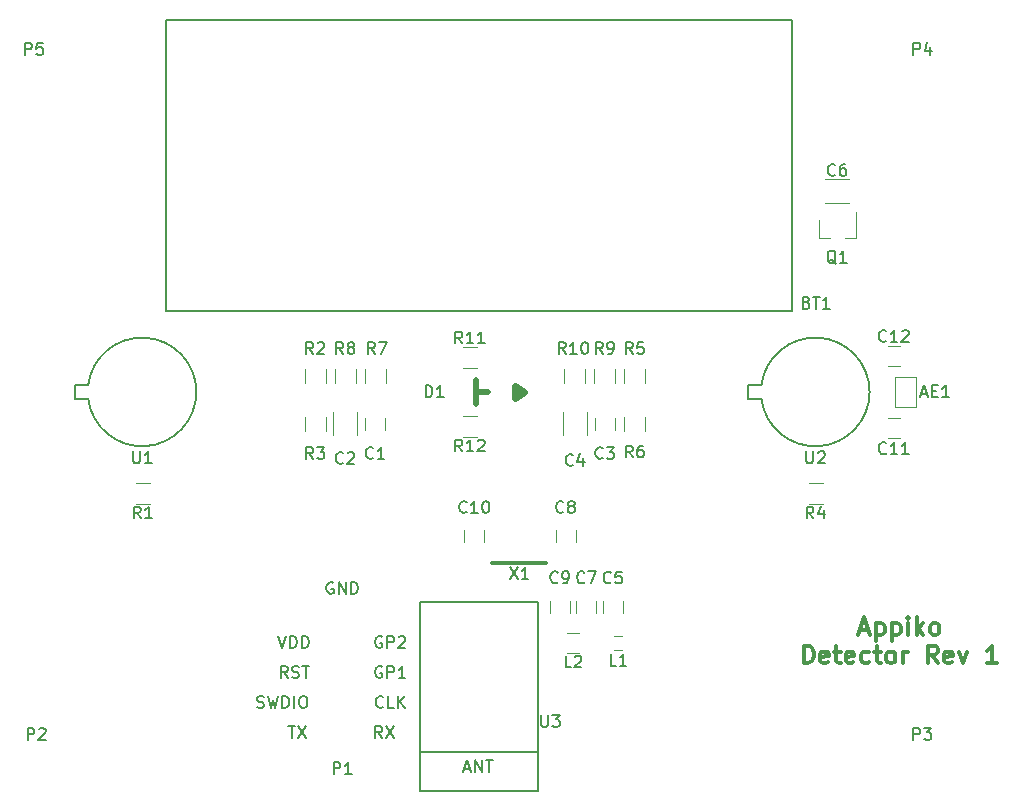
<source format=gto>
G04 #@! TF.FileFunction,Legend,Top*
%FSLAX46Y46*%
G04 Gerber Fmt 4.6, Leading zero omitted, Abs format (unit mm)*
G04 Created by KiCad (PCBNEW (2015-06-24 BZR 5814)-product) date Tue Mar 14 22:56:28 2017*
%MOMM*%
G01*
G04 APERTURE LIST*
%ADD10C,0.100000*%
%ADD11C,0.300000*%
%ADD12C,0.150000*%
%ADD13C,0.120000*%
%ADD14C,0.600000*%
%ADD15C,0.500000*%
G04 APERTURE END LIST*
D10*
D11*
X126142857Y-140150000D02*
X126857143Y-140150000D01*
X126000000Y-140578571D02*
X126500000Y-139078571D01*
X127000000Y-140578571D01*
X127500000Y-139578571D02*
X127500000Y-141078571D01*
X127500000Y-139650000D02*
X127642857Y-139578571D01*
X127928571Y-139578571D01*
X128071428Y-139650000D01*
X128142857Y-139721429D01*
X128214286Y-139864286D01*
X128214286Y-140292857D01*
X128142857Y-140435714D01*
X128071428Y-140507143D01*
X127928571Y-140578571D01*
X127642857Y-140578571D01*
X127500000Y-140507143D01*
X128857143Y-139578571D02*
X128857143Y-141078571D01*
X128857143Y-139650000D02*
X129000000Y-139578571D01*
X129285714Y-139578571D01*
X129428571Y-139650000D01*
X129500000Y-139721429D01*
X129571429Y-139864286D01*
X129571429Y-140292857D01*
X129500000Y-140435714D01*
X129428571Y-140507143D01*
X129285714Y-140578571D01*
X129000000Y-140578571D01*
X128857143Y-140507143D01*
X130214286Y-140578571D02*
X130214286Y-139578571D01*
X130214286Y-139078571D02*
X130142857Y-139150000D01*
X130214286Y-139221429D01*
X130285714Y-139150000D01*
X130214286Y-139078571D01*
X130214286Y-139221429D01*
X130928572Y-140578571D02*
X130928572Y-139078571D01*
X131071429Y-140007143D02*
X131500000Y-140578571D01*
X131500000Y-139578571D02*
X130928572Y-140150000D01*
X132357144Y-140578571D02*
X132214286Y-140507143D01*
X132142858Y-140435714D01*
X132071429Y-140292857D01*
X132071429Y-139864286D01*
X132142858Y-139721429D01*
X132214286Y-139650000D01*
X132357144Y-139578571D01*
X132571429Y-139578571D01*
X132714286Y-139650000D01*
X132785715Y-139721429D01*
X132857144Y-139864286D01*
X132857144Y-140292857D01*
X132785715Y-140435714D01*
X132714286Y-140507143D01*
X132571429Y-140578571D01*
X132357144Y-140578571D01*
X121357144Y-142978571D02*
X121357144Y-141478571D01*
X121714287Y-141478571D01*
X121928572Y-141550000D01*
X122071430Y-141692857D01*
X122142858Y-141835714D01*
X122214287Y-142121429D01*
X122214287Y-142335714D01*
X122142858Y-142621429D01*
X122071430Y-142764286D01*
X121928572Y-142907143D01*
X121714287Y-142978571D01*
X121357144Y-142978571D01*
X123428572Y-142907143D02*
X123285715Y-142978571D01*
X123000001Y-142978571D01*
X122857144Y-142907143D01*
X122785715Y-142764286D01*
X122785715Y-142192857D01*
X122857144Y-142050000D01*
X123000001Y-141978571D01*
X123285715Y-141978571D01*
X123428572Y-142050000D01*
X123500001Y-142192857D01*
X123500001Y-142335714D01*
X122785715Y-142478571D01*
X123928572Y-141978571D02*
X124500001Y-141978571D01*
X124142858Y-141478571D02*
X124142858Y-142764286D01*
X124214286Y-142907143D01*
X124357144Y-142978571D01*
X124500001Y-142978571D01*
X125571429Y-142907143D02*
X125428572Y-142978571D01*
X125142858Y-142978571D01*
X125000001Y-142907143D01*
X124928572Y-142764286D01*
X124928572Y-142192857D01*
X125000001Y-142050000D01*
X125142858Y-141978571D01*
X125428572Y-141978571D01*
X125571429Y-142050000D01*
X125642858Y-142192857D01*
X125642858Y-142335714D01*
X124928572Y-142478571D01*
X126928572Y-142907143D02*
X126785715Y-142978571D01*
X126500001Y-142978571D01*
X126357143Y-142907143D01*
X126285715Y-142835714D01*
X126214286Y-142692857D01*
X126214286Y-142264286D01*
X126285715Y-142121429D01*
X126357143Y-142050000D01*
X126500001Y-141978571D01*
X126785715Y-141978571D01*
X126928572Y-142050000D01*
X127357143Y-141978571D02*
X127928572Y-141978571D01*
X127571429Y-141478571D02*
X127571429Y-142764286D01*
X127642857Y-142907143D01*
X127785715Y-142978571D01*
X127928572Y-142978571D01*
X128642858Y-142978571D02*
X128500000Y-142907143D01*
X128428572Y-142835714D01*
X128357143Y-142692857D01*
X128357143Y-142264286D01*
X128428572Y-142121429D01*
X128500000Y-142050000D01*
X128642858Y-141978571D01*
X128857143Y-141978571D01*
X129000000Y-142050000D01*
X129071429Y-142121429D01*
X129142858Y-142264286D01*
X129142858Y-142692857D01*
X129071429Y-142835714D01*
X129000000Y-142907143D01*
X128857143Y-142978571D01*
X128642858Y-142978571D01*
X129785715Y-142978571D02*
X129785715Y-141978571D01*
X129785715Y-142264286D02*
X129857143Y-142121429D01*
X129928572Y-142050000D01*
X130071429Y-141978571D01*
X130214286Y-141978571D01*
X132714286Y-142978571D02*
X132214286Y-142264286D01*
X131857143Y-142978571D02*
X131857143Y-141478571D01*
X132428571Y-141478571D01*
X132571429Y-141550000D01*
X132642857Y-141621429D01*
X132714286Y-141764286D01*
X132714286Y-141978571D01*
X132642857Y-142121429D01*
X132571429Y-142192857D01*
X132428571Y-142264286D01*
X131857143Y-142264286D01*
X133928571Y-142907143D02*
X133785714Y-142978571D01*
X133500000Y-142978571D01*
X133357143Y-142907143D01*
X133285714Y-142764286D01*
X133285714Y-142192857D01*
X133357143Y-142050000D01*
X133500000Y-141978571D01*
X133785714Y-141978571D01*
X133928571Y-142050000D01*
X134000000Y-142192857D01*
X134000000Y-142335714D01*
X133285714Y-142478571D01*
X134500000Y-141978571D02*
X134857143Y-142978571D01*
X135214285Y-141978571D01*
X137714285Y-142978571D02*
X136857142Y-142978571D01*
X137285714Y-142978571D02*
X137285714Y-141478571D01*
X137142857Y-141692857D01*
X136999999Y-141835714D01*
X136857142Y-141907143D01*
D12*
X85645715Y-143264000D02*
X85550477Y-143216381D01*
X85407620Y-143216381D01*
X85264762Y-143264000D01*
X85169524Y-143359238D01*
X85121905Y-143454476D01*
X85074286Y-143644952D01*
X85074286Y-143787810D01*
X85121905Y-143978286D01*
X85169524Y-144073524D01*
X85264762Y-144168762D01*
X85407620Y-144216381D01*
X85502858Y-144216381D01*
X85645715Y-144168762D01*
X85693334Y-144121143D01*
X85693334Y-143787810D01*
X85502858Y-143787810D01*
X86121905Y-144216381D02*
X86121905Y-143216381D01*
X86502858Y-143216381D01*
X86598096Y-143264000D01*
X86645715Y-143311619D01*
X86693334Y-143406857D01*
X86693334Y-143549714D01*
X86645715Y-143644952D01*
X86598096Y-143692571D01*
X86502858Y-143740190D01*
X86121905Y-143740190D01*
X87645715Y-144216381D02*
X87074286Y-144216381D01*
X87360000Y-144216381D02*
X87360000Y-143216381D01*
X87264762Y-143359238D01*
X87169524Y-143454476D01*
X87074286Y-143502095D01*
X85685334Y-149296381D02*
X85352000Y-148820190D01*
X85113905Y-149296381D02*
X85113905Y-148296381D01*
X85494858Y-148296381D01*
X85590096Y-148344000D01*
X85637715Y-148391619D01*
X85685334Y-148486857D01*
X85685334Y-148629714D01*
X85637715Y-148724952D01*
X85590096Y-148772571D01*
X85494858Y-148820190D01*
X85113905Y-148820190D01*
X86018667Y-148296381D02*
X86685334Y-149296381D01*
X86685334Y-148296381D02*
X86018667Y-149296381D01*
X77724095Y-148296381D02*
X78295524Y-148296381D01*
X78009809Y-149296381D02*
X78009809Y-148296381D01*
X78533619Y-148296381D02*
X79200286Y-149296381D01*
X79200286Y-148296381D02*
X78533619Y-149296381D01*
X85764762Y-146661143D02*
X85717143Y-146708762D01*
X85574286Y-146756381D01*
X85479048Y-146756381D01*
X85336190Y-146708762D01*
X85240952Y-146613524D01*
X85193333Y-146518286D01*
X85145714Y-146327810D01*
X85145714Y-146184952D01*
X85193333Y-145994476D01*
X85240952Y-145899238D01*
X85336190Y-145804000D01*
X85479048Y-145756381D01*
X85574286Y-145756381D01*
X85717143Y-145804000D01*
X85764762Y-145851619D01*
X86669524Y-146756381D02*
X86193333Y-146756381D01*
X86193333Y-145756381D01*
X87002857Y-146756381D02*
X87002857Y-145756381D01*
X87574286Y-146756381D02*
X87145714Y-146184952D01*
X87574286Y-145756381D02*
X87002857Y-146327810D01*
X75096953Y-146708762D02*
X75239810Y-146756381D01*
X75477906Y-146756381D01*
X75573144Y-146708762D01*
X75620763Y-146661143D01*
X75668382Y-146565905D01*
X75668382Y-146470667D01*
X75620763Y-146375429D01*
X75573144Y-146327810D01*
X75477906Y-146280190D01*
X75287429Y-146232571D01*
X75192191Y-146184952D01*
X75144572Y-146137333D01*
X75096953Y-146042095D01*
X75096953Y-145946857D01*
X75144572Y-145851619D01*
X75192191Y-145804000D01*
X75287429Y-145756381D01*
X75525525Y-145756381D01*
X75668382Y-145804000D01*
X76001715Y-145756381D02*
X76239810Y-146756381D01*
X76430287Y-146042095D01*
X76620763Y-146756381D01*
X76858858Y-145756381D01*
X77239810Y-146756381D02*
X77239810Y-145756381D01*
X77477905Y-145756381D01*
X77620763Y-145804000D01*
X77716001Y-145899238D01*
X77763620Y-145994476D01*
X77811239Y-146184952D01*
X77811239Y-146327810D01*
X77763620Y-146518286D01*
X77716001Y-146613524D01*
X77620763Y-146708762D01*
X77477905Y-146756381D01*
X77239810Y-146756381D01*
X78239810Y-146756381D02*
X78239810Y-145756381D01*
X78906476Y-145756381D02*
X79096953Y-145756381D01*
X79192191Y-145804000D01*
X79287429Y-145899238D01*
X79335048Y-146089714D01*
X79335048Y-146423048D01*
X79287429Y-146613524D01*
X79192191Y-146708762D01*
X79096953Y-146756381D01*
X78906476Y-146756381D01*
X78811238Y-146708762D01*
X78716000Y-146613524D01*
X78668381Y-146423048D01*
X78668381Y-146089714D01*
X78716000Y-145899238D01*
X78811238Y-145804000D01*
X78906476Y-145756381D01*
X77684381Y-144216381D02*
X77351047Y-143740190D01*
X77112952Y-144216381D02*
X77112952Y-143216381D01*
X77493905Y-143216381D01*
X77589143Y-143264000D01*
X77636762Y-143311619D01*
X77684381Y-143406857D01*
X77684381Y-143549714D01*
X77636762Y-143644952D01*
X77589143Y-143692571D01*
X77493905Y-143740190D01*
X77112952Y-143740190D01*
X78065333Y-144168762D02*
X78208190Y-144216381D01*
X78446286Y-144216381D01*
X78541524Y-144168762D01*
X78589143Y-144121143D01*
X78636762Y-144025905D01*
X78636762Y-143930667D01*
X78589143Y-143835429D01*
X78541524Y-143787810D01*
X78446286Y-143740190D01*
X78255809Y-143692571D01*
X78160571Y-143644952D01*
X78112952Y-143597333D01*
X78065333Y-143502095D01*
X78065333Y-143406857D01*
X78112952Y-143311619D01*
X78160571Y-143264000D01*
X78255809Y-143216381D01*
X78493905Y-143216381D01*
X78636762Y-143264000D01*
X78922476Y-143216381D02*
X79493905Y-143216381D01*
X79208190Y-144216381D02*
X79208190Y-143216381D01*
X85645715Y-140724000D02*
X85550477Y-140676381D01*
X85407620Y-140676381D01*
X85264762Y-140724000D01*
X85169524Y-140819238D01*
X85121905Y-140914476D01*
X85074286Y-141104952D01*
X85074286Y-141247810D01*
X85121905Y-141438286D01*
X85169524Y-141533524D01*
X85264762Y-141628762D01*
X85407620Y-141676381D01*
X85502858Y-141676381D01*
X85645715Y-141628762D01*
X85693334Y-141581143D01*
X85693334Y-141247810D01*
X85502858Y-141247810D01*
X86121905Y-141676381D02*
X86121905Y-140676381D01*
X86502858Y-140676381D01*
X86598096Y-140724000D01*
X86645715Y-140771619D01*
X86693334Y-140866857D01*
X86693334Y-141009714D01*
X86645715Y-141104952D01*
X86598096Y-141152571D01*
X86502858Y-141200190D01*
X86121905Y-141200190D01*
X87074286Y-140771619D02*
X87121905Y-140724000D01*
X87217143Y-140676381D01*
X87455239Y-140676381D01*
X87550477Y-140724000D01*
X87598096Y-140771619D01*
X87645715Y-140866857D01*
X87645715Y-140962095D01*
X87598096Y-141104952D01*
X87026667Y-141676381D01*
X87645715Y-141676381D01*
X76898667Y-140676381D02*
X77232000Y-141676381D01*
X77565334Y-140676381D01*
X77898667Y-141676381D02*
X77898667Y-140676381D01*
X78136762Y-140676381D01*
X78279620Y-140724000D01*
X78374858Y-140819238D01*
X78422477Y-140914476D01*
X78470096Y-141104952D01*
X78470096Y-141247810D01*
X78422477Y-141438286D01*
X78374858Y-141533524D01*
X78279620Y-141628762D01*
X78136762Y-141676381D01*
X77898667Y-141676381D01*
X78898667Y-141676381D02*
X78898667Y-140676381D01*
X79136762Y-140676381D01*
X79279620Y-140724000D01*
X79374858Y-140819238D01*
X79422477Y-140914476D01*
X79470096Y-141104952D01*
X79470096Y-141247810D01*
X79422477Y-141438286D01*
X79374858Y-141533524D01*
X79279620Y-141628762D01*
X79136762Y-141676381D01*
X78898667Y-141676381D01*
X81534096Y-136152000D02*
X81438858Y-136104381D01*
X81296001Y-136104381D01*
X81153143Y-136152000D01*
X81057905Y-136247238D01*
X81010286Y-136342476D01*
X80962667Y-136532952D01*
X80962667Y-136675810D01*
X81010286Y-136866286D01*
X81057905Y-136961524D01*
X81153143Y-137056762D01*
X81296001Y-137104381D01*
X81391239Y-137104381D01*
X81534096Y-137056762D01*
X81581715Y-137009143D01*
X81581715Y-136675810D01*
X81391239Y-136675810D01*
X82010286Y-137104381D02*
X82010286Y-136104381D01*
X82581715Y-137104381D01*
X82581715Y-136104381D01*
X83057905Y-137104381D02*
X83057905Y-136104381D01*
X83296000Y-136104381D01*
X83438858Y-136152000D01*
X83534096Y-136247238D01*
X83581715Y-136342476D01*
X83629334Y-136532952D01*
X83629334Y-136675810D01*
X83581715Y-136866286D01*
X83534096Y-136961524D01*
X83438858Y-137056762D01*
X83296000Y-137104381D01*
X83057905Y-137104381D01*
D13*
X129110000Y-118730000D02*
X129110000Y-121270000D01*
X130890000Y-121270000D02*
X130890000Y-118730000D01*
X130890000Y-121270000D02*
X129110000Y-121270000D01*
X129110000Y-118730000D02*
X130890000Y-118730000D01*
X85940000Y-123182000D02*
X85940000Y-122182000D01*
X84240000Y-122182000D02*
X84240000Y-123182000D01*
X105371000Y-123182000D02*
X105371000Y-122182000D01*
X103671000Y-122182000D02*
X103671000Y-123182000D01*
X104356800Y-137676000D02*
X104356800Y-138676000D01*
X106056800Y-138676000D02*
X106056800Y-137676000D01*
X102121600Y-137676000D02*
X102121600Y-138676000D01*
X103821600Y-138676000D02*
X103821600Y-137676000D01*
X100369000Y-131707000D02*
X100369000Y-132707000D01*
X102069000Y-132707000D02*
X102069000Y-131707000D01*
X99861000Y-137676000D02*
X99861000Y-138676000D01*
X101561000Y-138676000D02*
X101561000Y-137676000D01*
X92622000Y-131707000D02*
X92622000Y-132707000D01*
X94322000Y-132707000D02*
X94322000Y-131707000D01*
X128500000Y-123887600D02*
X129500000Y-123887600D01*
X129500000Y-122187600D02*
X128500000Y-122187600D01*
X128500000Y-117817000D02*
X129500000Y-117817000D01*
X129500000Y-116117000D02*
X128500000Y-116117000D01*
X101354000Y-142074000D02*
X102354000Y-142074000D01*
X102354000Y-140374000D02*
X101354000Y-140374000D01*
X64800000Y-127720000D02*
X66000000Y-127720000D01*
X66000000Y-129480000D02*
X64800000Y-129480000D01*
X80890000Y-118018000D02*
X80890000Y-119218000D01*
X79130000Y-119218000D02*
X79130000Y-118018000D01*
X80890000Y-122082000D02*
X80890000Y-123282000D01*
X79130000Y-123282000D02*
X79130000Y-122082000D01*
X123000000Y-129480000D02*
X121800000Y-129480000D01*
X121800000Y-127720000D02*
X123000000Y-127720000D01*
X107941000Y-118018000D02*
X107941000Y-119218000D01*
X106181000Y-119218000D02*
X106181000Y-118018000D01*
X107941000Y-122082000D02*
X107941000Y-123282000D01*
X106181000Y-123282000D02*
X106181000Y-122082000D01*
X85970000Y-118018000D02*
X85970000Y-119218000D01*
X84210000Y-119218000D02*
X84210000Y-118018000D01*
X83430000Y-118018000D02*
X83430000Y-119218000D01*
X81670000Y-119218000D02*
X81670000Y-118018000D01*
X105401000Y-118018000D02*
X105401000Y-119218000D01*
X103641000Y-119218000D02*
X103641000Y-118018000D01*
X102861000Y-118018000D02*
X102861000Y-119218000D01*
X101101000Y-119218000D02*
X101101000Y-118018000D01*
X92491000Y-116214000D02*
X93691000Y-116214000D01*
X93691000Y-117974000D02*
X92491000Y-117974000D01*
X92491000Y-122056000D02*
X93691000Y-122056000D01*
X93691000Y-123816000D02*
X92491000Y-123816000D01*
D12*
X67360000Y-88548000D02*
X67360000Y-113128000D01*
X67360000Y-113128000D02*
X120340000Y-113128000D01*
X120340000Y-88548000D02*
X67360000Y-88548000D01*
X120340000Y-88548000D02*
X120340000Y-113128000D01*
D14*
X96898000Y-119492000D02*
X96898000Y-120508000D01*
X96898000Y-120508000D02*
X97660000Y-120000000D01*
X97660000Y-120000000D02*
X96898000Y-119492000D01*
D15*
X93596000Y-120000000D02*
X94612000Y-120000000D01*
X93596000Y-118984000D02*
X93596000Y-121016000D01*
D13*
X122626000Y-106932000D02*
X123556000Y-106932000D01*
X125786000Y-106932000D02*
X124856000Y-106932000D01*
X125786000Y-106932000D02*
X125786000Y-104772000D01*
X122626000Y-106932000D02*
X122626000Y-105472000D01*
D12*
X59636000Y-119427000D02*
X59636000Y-120573000D01*
X60786000Y-120573000D02*
X59636000Y-120573000D01*
X60786000Y-119427000D02*
X59636000Y-119427000D01*
X60786887Y-120580023D02*
G75*
G03X60786000Y-119427000I4563113J580023D01*
G01*
X116636000Y-119427000D02*
X116636000Y-120573000D01*
X117786000Y-120573000D02*
X116636000Y-120573000D01*
X117786000Y-119427000D02*
X116636000Y-119427000D01*
X117786887Y-120580023D02*
G75*
G03X117786000Y-119427000I4563113J580023D01*
G01*
X88850000Y-150522000D02*
X98850000Y-150522000D01*
X88850000Y-137777000D02*
X98850000Y-137777000D01*
X98850000Y-137777000D02*
X98850000Y-153772000D01*
X98850000Y-153772000D02*
X88850000Y-153772000D01*
X88850000Y-153772000D02*
X88850000Y-137777000D01*
D11*
X99568000Y-134493000D02*
X94996000Y-134493000D01*
D13*
X83570000Y-123682000D02*
X83570000Y-121682000D01*
X81530000Y-121682000D02*
X81530000Y-123682000D01*
X103001000Y-123682000D02*
X103001000Y-121682000D01*
X100961000Y-121682000D02*
X100961000Y-123682000D01*
X125206000Y-101977000D02*
X123206000Y-101977000D01*
X123206000Y-104017000D02*
X125206000Y-104017000D01*
X106014000Y-141824000D02*
X105314000Y-141824000D01*
X105314000Y-140624000D02*
X106014000Y-140624000D01*
D12*
X131333333Y-120166667D02*
X131809524Y-120166667D01*
X131238095Y-120452381D02*
X131571428Y-119452381D01*
X131904762Y-120452381D01*
X132238095Y-119928571D02*
X132571429Y-119928571D01*
X132714286Y-120452381D02*
X132238095Y-120452381D01*
X132238095Y-119452381D01*
X132714286Y-119452381D01*
X133666667Y-120452381D02*
X133095238Y-120452381D01*
X133380952Y-120452381D02*
X133380952Y-119452381D01*
X133285714Y-119595238D01*
X133190476Y-119690476D01*
X133095238Y-119738095D01*
X84923334Y-125579143D02*
X84875715Y-125626762D01*
X84732858Y-125674381D01*
X84637620Y-125674381D01*
X84494762Y-125626762D01*
X84399524Y-125531524D01*
X84351905Y-125436286D01*
X84304286Y-125245810D01*
X84304286Y-125102952D01*
X84351905Y-124912476D01*
X84399524Y-124817238D01*
X84494762Y-124722000D01*
X84637620Y-124674381D01*
X84732858Y-124674381D01*
X84875715Y-124722000D01*
X84923334Y-124769619D01*
X85875715Y-125674381D02*
X85304286Y-125674381D01*
X85590000Y-125674381D02*
X85590000Y-124674381D01*
X85494762Y-124817238D01*
X85399524Y-124912476D01*
X85304286Y-124960095D01*
X104354334Y-125579143D02*
X104306715Y-125626762D01*
X104163858Y-125674381D01*
X104068620Y-125674381D01*
X103925762Y-125626762D01*
X103830524Y-125531524D01*
X103782905Y-125436286D01*
X103735286Y-125245810D01*
X103735286Y-125102952D01*
X103782905Y-124912476D01*
X103830524Y-124817238D01*
X103925762Y-124722000D01*
X104068620Y-124674381D01*
X104163858Y-124674381D01*
X104306715Y-124722000D01*
X104354334Y-124769619D01*
X104687667Y-124674381D02*
X105306715Y-124674381D01*
X104973381Y-125055333D01*
X105116239Y-125055333D01*
X105211477Y-125102952D01*
X105259096Y-125150571D01*
X105306715Y-125245810D01*
X105306715Y-125483905D01*
X105259096Y-125579143D01*
X105211477Y-125626762D01*
X105116239Y-125674381D01*
X104830524Y-125674381D01*
X104735286Y-125626762D01*
X104687667Y-125579143D01*
X105040134Y-136120143D02*
X104992515Y-136167762D01*
X104849658Y-136215381D01*
X104754420Y-136215381D01*
X104611562Y-136167762D01*
X104516324Y-136072524D01*
X104468705Y-135977286D01*
X104421086Y-135786810D01*
X104421086Y-135643952D01*
X104468705Y-135453476D01*
X104516324Y-135358238D01*
X104611562Y-135263000D01*
X104754420Y-135215381D01*
X104849658Y-135215381D01*
X104992515Y-135263000D01*
X105040134Y-135310619D01*
X105944896Y-135215381D02*
X105468705Y-135215381D01*
X105421086Y-135691571D01*
X105468705Y-135643952D01*
X105563943Y-135596333D01*
X105802039Y-135596333D01*
X105897277Y-135643952D01*
X105944896Y-135691571D01*
X105992515Y-135786810D01*
X105992515Y-136024905D01*
X105944896Y-136120143D01*
X105897277Y-136167762D01*
X105802039Y-136215381D01*
X105563943Y-136215381D01*
X105468705Y-136167762D01*
X105421086Y-136120143D01*
X102804934Y-136104143D02*
X102757315Y-136151762D01*
X102614458Y-136199381D01*
X102519220Y-136199381D01*
X102376362Y-136151762D01*
X102281124Y-136056524D01*
X102233505Y-135961286D01*
X102185886Y-135770810D01*
X102185886Y-135627952D01*
X102233505Y-135437476D01*
X102281124Y-135342238D01*
X102376362Y-135247000D01*
X102519220Y-135199381D01*
X102614458Y-135199381D01*
X102757315Y-135247000D01*
X102804934Y-135294619D01*
X103138267Y-135199381D02*
X103804934Y-135199381D01*
X103376362Y-136199381D01*
X101026934Y-130151143D02*
X100979315Y-130198762D01*
X100836458Y-130246381D01*
X100741220Y-130246381D01*
X100598362Y-130198762D01*
X100503124Y-130103524D01*
X100455505Y-130008286D01*
X100407886Y-129817810D01*
X100407886Y-129674952D01*
X100455505Y-129484476D01*
X100503124Y-129389238D01*
X100598362Y-129294000D01*
X100741220Y-129246381D01*
X100836458Y-129246381D01*
X100979315Y-129294000D01*
X101026934Y-129341619D01*
X101598362Y-129674952D02*
X101503124Y-129627333D01*
X101455505Y-129579714D01*
X101407886Y-129484476D01*
X101407886Y-129436857D01*
X101455505Y-129341619D01*
X101503124Y-129294000D01*
X101598362Y-129246381D01*
X101788839Y-129246381D01*
X101884077Y-129294000D01*
X101931696Y-129341619D01*
X101979315Y-129436857D01*
X101979315Y-129484476D01*
X101931696Y-129579714D01*
X101884077Y-129627333D01*
X101788839Y-129674952D01*
X101598362Y-129674952D01*
X101503124Y-129722571D01*
X101455505Y-129770190D01*
X101407886Y-129865429D01*
X101407886Y-130055905D01*
X101455505Y-130151143D01*
X101503124Y-130198762D01*
X101598362Y-130246381D01*
X101788839Y-130246381D01*
X101884077Y-130198762D01*
X101931696Y-130151143D01*
X101979315Y-130055905D01*
X101979315Y-129865429D01*
X101931696Y-129770190D01*
X101884077Y-129722571D01*
X101788839Y-129674952D01*
X100544334Y-136104143D02*
X100496715Y-136151762D01*
X100353858Y-136199381D01*
X100258620Y-136199381D01*
X100115762Y-136151762D01*
X100020524Y-136056524D01*
X99972905Y-135961286D01*
X99925286Y-135770810D01*
X99925286Y-135627952D01*
X99972905Y-135437476D01*
X100020524Y-135342238D01*
X100115762Y-135247000D01*
X100258620Y-135199381D01*
X100353858Y-135199381D01*
X100496715Y-135247000D01*
X100544334Y-135294619D01*
X101020524Y-136199381D02*
X101211000Y-136199381D01*
X101306239Y-136151762D01*
X101353858Y-136104143D01*
X101449096Y-135961286D01*
X101496715Y-135770810D01*
X101496715Y-135389857D01*
X101449096Y-135294619D01*
X101401477Y-135247000D01*
X101306239Y-135199381D01*
X101115762Y-135199381D01*
X101020524Y-135247000D01*
X100972905Y-135294619D01*
X100925286Y-135389857D01*
X100925286Y-135627952D01*
X100972905Y-135723190D01*
X101020524Y-135770810D01*
X101115762Y-135818429D01*
X101306239Y-135818429D01*
X101401477Y-135770810D01*
X101449096Y-135723190D01*
X101496715Y-135627952D01*
X92829143Y-130151143D02*
X92781524Y-130198762D01*
X92638667Y-130246381D01*
X92543429Y-130246381D01*
X92400571Y-130198762D01*
X92305333Y-130103524D01*
X92257714Y-130008286D01*
X92210095Y-129817810D01*
X92210095Y-129674952D01*
X92257714Y-129484476D01*
X92305333Y-129389238D01*
X92400571Y-129294000D01*
X92543429Y-129246381D01*
X92638667Y-129246381D01*
X92781524Y-129294000D01*
X92829143Y-129341619D01*
X93781524Y-130246381D02*
X93210095Y-130246381D01*
X93495809Y-130246381D02*
X93495809Y-129246381D01*
X93400571Y-129389238D01*
X93305333Y-129484476D01*
X93210095Y-129532095D01*
X94400571Y-129246381D02*
X94495810Y-129246381D01*
X94591048Y-129294000D01*
X94638667Y-129341619D01*
X94686286Y-129436857D01*
X94733905Y-129627333D01*
X94733905Y-129865429D01*
X94686286Y-130055905D01*
X94638667Y-130151143D01*
X94591048Y-130198762D01*
X94495810Y-130246381D01*
X94400571Y-130246381D01*
X94305333Y-130198762D01*
X94257714Y-130151143D01*
X94210095Y-130055905D01*
X94162476Y-129865429D01*
X94162476Y-129627333D01*
X94210095Y-129436857D01*
X94257714Y-129341619D01*
X94305333Y-129294000D01*
X94400571Y-129246381D01*
X128357143Y-125172743D02*
X128309524Y-125220362D01*
X128166667Y-125267981D01*
X128071429Y-125267981D01*
X127928571Y-125220362D01*
X127833333Y-125125124D01*
X127785714Y-125029886D01*
X127738095Y-124839410D01*
X127738095Y-124696552D01*
X127785714Y-124506076D01*
X127833333Y-124410838D01*
X127928571Y-124315600D01*
X128071429Y-124267981D01*
X128166667Y-124267981D01*
X128309524Y-124315600D01*
X128357143Y-124363219D01*
X129309524Y-125267981D02*
X128738095Y-125267981D01*
X129023809Y-125267981D02*
X129023809Y-124267981D01*
X128928571Y-124410838D01*
X128833333Y-124506076D01*
X128738095Y-124553695D01*
X130261905Y-125267981D02*
X129690476Y-125267981D01*
X129976190Y-125267981D02*
X129976190Y-124267981D01*
X129880952Y-124410838D01*
X129785714Y-124506076D01*
X129690476Y-124553695D01*
X128357143Y-115673143D02*
X128309524Y-115720762D01*
X128166667Y-115768381D01*
X128071429Y-115768381D01*
X127928571Y-115720762D01*
X127833333Y-115625524D01*
X127785714Y-115530286D01*
X127738095Y-115339810D01*
X127738095Y-115196952D01*
X127785714Y-115006476D01*
X127833333Y-114911238D01*
X127928571Y-114816000D01*
X128071429Y-114768381D01*
X128166667Y-114768381D01*
X128309524Y-114816000D01*
X128357143Y-114863619D01*
X129309524Y-115768381D02*
X128738095Y-115768381D01*
X129023809Y-115768381D02*
X129023809Y-114768381D01*
X128928571Y-114911238D01*
X128833333Y-115006476D01*
X128738095Y-115054095D01*
X129690476Y-114863619D02*
X129738095Y-114816000D01*
X129833333Y-114768381D01*
X130071429Y-114768381D01*
X130166667Y-114816000D01*
X130214286Y-114863619D01*
X130261905Y-114958857D01*
X130261905Y-115054095D01*
X130214286Y-115196952D01*
X129642857Y-115768381D01*
X130261905Y-115768381D01*
X101687334Y-143327381D02*
X101211143Y-143327381D01*
X101211143Y-142327381D01*
X101973048Y-142422619D02*
X102020667Y-142375000D01*
X102115905Y-142327381D01*
X102354001Y-142327381D01*
X102449239Y-142375000D01*
X102496858Y-142422619D01*
X102544477Y-142517857D01*
X102544477Y-142613095D01*
X102496858Y-142755952D01*
X101925429Y-143327381D01*
X102544477Y-143327381D01*
X55661905Y-149452381D02*
X55661905Y-148452381D01*
X56042858Y-148452381D01*
X56138096Y-148500000D01*
X56185715Y-148547619D01*
X56233334Y-148642857D01*
X56233334Y-148785714D01*
X56185715Y-148880952D01*
X56138096Y-148928571D01*
X56042858Y-148976190D01*
X55661905Y-148976190D01*
X56614286Y-148547619D02*
X56661905Y-148500000D01*
X56757143Y-148452381D01*
X56995239Y-148452381D01*
X57090477Y-148500000D01*
X57138096Y-148547619D01*
X57185715Y-148642857D01*
X57185715Y-148738095D01*
X57138096Y-148880952D01*
X56566667Y-149452381D01*
X57185715Y-149452381D01*
X130661905Y-149452381D02*
X130661905Y-148452381D01*
X131042858Y-148452381D01*
X131138096Y-148500000D01*
X131185715Y-148547619D01*
X131233334Y-148642857D01*
X131233334Y-148785714D01*
X131185715Y-148880952D01*
X131138096Y-148928571D01*
X131042858Y-148976190D01*
X130661905Y-148976190D01*
X131566667Y-148452381D02*
X132185715Y-148452381D01*
X131852381Y-148833333D01*
X131995239Y-148833333D01*
X132090477Y-148880952D01*
X132138096Y-148928571D01*
X132185715Y-149023810D01*
X132185715Y-149261905D01*
X132138096Y-149357143D01*
X132090477Y-149404762D01*
X131995239Y-149452381D01*
X131709524Y-149452381D01*
X131614286Y-149404762D01*
X131566667Y-149357143D01*
X130661905Y-91452381D02*
X130661905Y-90452381D01*
X131042858Y-90452381D01*
X131138096Y-90500000D01*
X131185715Y-90547619D01*
X131233334Y-90642857D01*
X131233334Y-90785714D01*
X131185715Y-90880952D01*
X131138096Y-90928571D01*
X131042858Y-90976190D01*
X130661905Y-90976190D01*
X132090477Y-90785714D02*
X132090477Y-91452381D01*
X131852381Y-90404762D02*
X131614286Y-91119048D01*
X132233334Y-91119048D01*
X55461905Y-91452381D02*
X55461905Y-90452381D01*
X55842858Y-90452381D01*
X55938096Y-90500000D01*
X55985715Y-90547619D01*
X56033334Y-90642857D01*
X56033334Y-90785714D01*
X55985715Y-90880952D01*
X55938096Y-90928571D01*
X55842858Y-90976190D01*
X55461905Y-90976190D01*
X56938096Y-90452381D02*
X56461905Y-90452381D01*
X56414286Y-90928571D01*
X56461905Y-90880952D01*
X56557143Y-90833333D01*
X56795239Y-90833333D01*
X56890477Y-90880952D01*
X56938096Y-90928571D01*
X56985715Y-91023810D01*
X56985715Y-91261905D01*
X56938096Y-91357143D01*
X56890477Y-91404762D01*
X56795239Y-91452381D01*
X56557143Y-91452381D01*
X56461905Y-91404762D01*
X56414286Y-91357143D01*
X65233334Y-130702381D02*
X64900000Y-130226190D01*
X64661905Y-130702381D02*
X64661905Y-129702381D01*
X65042858Y-129702381D01*
X65138096Y-129750000D01*
X65185715Y-129797619D01*
X65233334Y-129892857D01*
X65233334Y-130035714D01*
X65185715Y-130130952D01*
X65138096Y-130178571D01*
X65042858Y-130226190D01*
X64661905Y-130226190D01*
X66185715Y-130702381D02*
X65614286Y-130702381D01*
X65900000Y-130702381D02*
X65900000Y-129702381D01*
X65804762Y-129845238D01*
X65709524Y-129940476D01*
X65614286Y-129988095D01*
X79843334Y-116784381D02*
X79510000Y-116308190D01*
X79271905Y-116784381D02*
X79271905Y-115784381D01*
X79652858Y-115784381D01*
X79748096Y-115832000D01*
X79795715Y-115879619D01*
X79843334Y-115974857D01*
X79843334Y-116117714D01*
X79795715Y-116212952D01*
X79748096Y-116260571D01*
X79652858Y-116308190D01*
X79271905Y-116308190D01*
X80224286Y-115879619D02*
X80271905Y-115832000D01*
X80367143Y-115784381D01*
X80605239Y-115784381D01*
X80700477Y-115832000D01*
X80748096Y-115879619D01*
X80795715Y-115974857D01*
X80795715Y-116070095D01*
X80748096Y-116212952D01*
X80176667Y-116784381D01*
X80795715Y-116784381D01*
X79843334Y-125674381D02*
X79510000Y-125198190D01*
X79271905Y-125674381D02*
X79271905Y-124674381D01*
X79652858Y-124674381D01*
X79748096Y-124722000D01*
X79795715Y-124769619D01*
X79843334Y-124864857D01*
X79843334Y-125007714D01*
X79795715Y-125102952D01*
X79748096Y-125150571D01*
X79652858Y-125198190D01*
X79271905Y-125198190D01*
X80176667Y-124674381D02*
X80795715Y-124674381D01*
X80462381Y-125055333D01*
X80605239Y-125055333D01*
X80700477Y-125102952D01*
X80748096Y-125150571D01*
X80795715Y-125245810D01*
X80795715Y-125483905D01*
X80748096Y-125579143D01*
X80700477Y-125626762D01*
X80605239Y-125674381D01*
X80319524Y-125674381D01*
X80224286Y-125626762D01*
X80176667Y-125579143D01*
X122191334Y-130703381D02*
X121858000Y-130227190D01*
X121619905Y-130703381D02*
X121619905Y-129703381D01*
X122000858Y-129703381D01*
X122096096Y-129751000D01*
X122143715Y-129798619D01*
X122191334Y-129893857D01*
X122191334Y-130036714D01*
X122143715Y-130131952D01*
X122096096Y-130179571D01*
X122000858Y-130227190D01*
X121619905Y-130227190D01*
X123048477Y-130036714D02*
X123048477Y-130703381D01*
X122810381Y-129655762D02*
X122572286Y-130370048D01*
X123191334Y-130370048D01*
X106894334Y-116784381D02*
X106561000Y-116308190D01*
X106322905Y-116784381D02*
X106322905Y-115784381D01*
X106703858Y-115784381D01*
X106799096Y-115832000D01*
X106846715Y-115879619D01*
X106894334Y-115974857D01*
X106894334Y-116117714D01*
X106846715Y-116212952D01*
X106799096Y-116260571D01*
X106703858Y-116308190D01*
X106322905Y-116308190D01*
X107799096Y-115784381D02*
X107322905Y-115784381D01*
X107275286Y-116260571D01*
X107322905Y-116212952D01*
X107418143Y-116165333D01*
X107656239Y-116165333D01*
X107751477Y-116212952D01*
X107799096Y-116260571D01*
X107846715Y-116355810D01*
X107846715Y-116593905D01*
X107799096Y-116689143D01*
X107751477Y-116736762D01*
X107656239Y-116784381D01*
X107418143Y-116784381D01*
X107322905Y-116736762D01*
X107275286Y-116689143D01*
X106894334Y-125547381D02*
X106561000Y-125071190D01*
X106322905Y-125547381D02*
X106322905Y-124547381D01*
X106703858Y-124547381D01*
X106799096Y-124595000D01*
X106846715Y-124642619D01*
X106894334Y-124737857D01*
X106894334Y-124880714D01*
X106846715Y-124975952D01*
X106799096Y-125023571D01*
X106703858Y-125071190D01*
X106322905Y-125071190D01*
X107751477Y-124547381D02*
X107561000Y-124547381D01*
X107465762Y-124595000D01*
X107418143Y-124642619D01*
X107322905Y-124785476D01*
X107275286Y-124975952D01*
X107275286Y-125356905D01*
X107322905Y-125452143D01*
X107370524Y-125499762D01*
X107465762Y-125547381D01*
X107656239Y-125547381D01*
X107751477Y-125499762D01*
X107799096Y-125452143D01*
X107846715Y-125356905D01*
X107846715Y-125118810D01*
X107799096Y-125023571D01*
X107751477Y-124975952D01*
X107656239Y-124928333D01*
X107465762Y-124928333D01*
X107370524Y-124975952D01*
X107322905Y-125023571D01*
X107275286Y-125118810D01*
X85050334Y-116784381D02*
X84717000Y-116308190D01*
X84478905Y-116784381D02*
X84478905Y-115784381D01*
X84859858Y-115784381D01*
X84955096Y-115832000D01*
X85002715Y-115879619D01*
X85050334Y-115974857D01*
X85050334Y-116117714D01*
X85002715Y-116212952D01*
X84955096Y-116260571D01*
X84859858Y-116308190D01*
X84478905Y-116308190D01*
X85383667Y-115784381D02*
X86050334Y-115784381D01*
X85621762Y-116784381D01*
X82383334Y-116784381D02*
X82050000Y-116308190D01*
X81811905Y-116784381D02*
X81811905Y-115784381D01*
X82192858Y-115784381D01*
X82288096Y-115832000D01*
X82335715Y-115879619D01*
X82383334Y-115974857D01*
X82383334Y-116117714D01*
X82335715Y-116212952D01*
X82288096Y-116260571D01*
X82192858Y-116308190D01*
X81811905Y-116308190D01*
X82954762Y-116212952D02*
X82859524Y-116165333D01*
X82811905Y-116117714D01*
X82764286Y-116022476D01*
X82764286Y-115974857D01*
X82811905Y-115879619D01*
X82859524Y-115832000D01*
X82954762Y-115784381D01*
X83145239Y-115784381D01*
X83240477Y-115832000D01*
X83288096Y-115879619D01*
X83335715Y-115974857D01*
X83335715Y-116022476D01*
X83288096Y-116117714D01*
X83240477Y-116165333D01*
X83145239Y-116212952D01*
X82954762Y-116212952D01*
X82859524Y-116260571D01*
X82811905Y-116308190D01*
X82764286Y-116403429D01*
X82764286Y-116593905D01*
X82811905Y-116689143D01*
X82859524Y-116736762D01*
X82954762Y-116784381D01*
X83145239Y-116784381D01*
X83240477Y-116736762D01*
X83288096Y-116689143D01*
X83335715Y-116593905D01*
X83335715Y-116403429D01*
X83288096Y-116308190D01*
X83240477Y-116260571D01*
X83145239Y-116212952D01*
X104354334Y-116784381D02*
X104021000Y-116308190D01*
X103782905Y-116784381D02*
X103782905Y-115784381D01*
X104163858Y-115784381D01*
X104259096Y-115832000D01*
X104306715Y-115879619D01*
X104354334Y-115974857D01*
X104354334Y-116117714D01*
X104306715Y-116212952D01*
X104259096Y-116260571D01*
X104163858Y-116308190D01*
X103782905Y-116308190D01*
X104830524Y-116784381D02*
X105021000Y-116784381D01*
X105116239Y-116736762D01*
X105163858Y-116689143D01*
X105259096Y-116546286D01*
X105306715Y-116355810D01*
X105306715Y-115974857D01*
X105259096Y-115879619D01*
X105211477Y-115832000D01*
X105116239Y-115784381D01*
X104925762Y-115784381D01*
X104830524Y-115832000D01*
X104782905Y-115879619D01*
X104735286Y-115974857D01*
X104735286Y-116212952D01*
X104782905Y-116308190D01*
X104830524Y-116355810D01*
X104925762Y-116403429D01*
X105116239Y-116403429D01*
X105211477Y-116355810D01*
X105259096Y-116308190D01*
X105306715Y-116212952D01*
X101211143Y-116784381D02*
X100877809Y-116308190D01*
X100639714Y-116784381D02*
X100639714Y-115784381D01*
X101020667Y-115784381D01*
X101115905Y-115832000D01*
X101163524Y-115879619D01*
X101211143Y-115974857D01*
X101211143Y-116117714D01*
X101163524Y-116212952D01*
X101115905Y-116260571D01*
X101020667Y-116308190D01*
X100639714Y-116308190D01*
X102163524Y-116784381D02*
X101592095Y-116784381D01*
X101877809Y-116784381D02*
X101877809Y-115784381D01*
X101782571Y-115927238D01*
X101687333Y-116022476D01*
X101592095Y-116070095D01*
X102782571Y-115784381D02*
X102877810Y-115784381D01*
X102973048Y-115832000D01*
X103020667Y-115879619D01*
X103068286Y-115974857D01*
X103115905Y-116165333D01*
X103115905Y-116403429D01*
X103068286Y-116593905D01*
X103020667Y-116689143D01*
X102973048Y-116736762D01*
X102877810Y-116784381D01*
X102782571Y-116784381D01*
X102687333Y-116736762D01*
X102639714Y-116689143D01*
X102592095Y-116593905D01*
X102544476Y-116403429D01*
X102544476Y-116165333D01*
X102592095Y-115974857D01*
X102639714Y-115879619D01*
X102687333Y-115832000D01*
X102782571Y-115784381D01*
X92448143Y-115895381D02*
X92114809Y-115419190D01*
X91876714Y-115895381D02*
X91876714Y-114895381D01*
X92257667Y-114895381D01*
X92352905Y-114943000D01*
X92400524Y-114990619D01*
X92448143Y-115085857D01*
X92448143Y-115228714D01*
X92400524Y-115323952D01*
X92352905Y-115371571D01*
X92257667Y-115419190D01*
X91876714Y-115419190D01*
X93400524Y-115895381D02*
X92829095Y-115895381D01*
X93114809Y-115895381D02*
X93114809Y-114895381D01*
X93019571Y-115038238D01*
X92924333Y-115133476D01*
X92829095Y-115181095D01*
X94352905Y-115895381D02*
X93781476Y-115895381D01*
X94067190Y-115895381D02*
X94067190Y-114895381D01*
X93971952Y-115038238D01*
X93876714Y-115133476D01*
X93781476Y-115181095D01*
X92448143Y-125038381D02*
X92114809Y-124562190D01*
X91876714Y-125038381D02*
X91876714Y-124038381D01*
X92257667Y-124038381D01*
X92352905Y-124086000D01*
X92400524Y-124133619D01*
X92448143Y-124228857D01*
X92448143Y-124371714D01*
X92400524Y-124466952D01*
X92352905Y-124514571D01*
X92257667Y-124562190D01*
X91876714Y-124562190D01*
X93400524Y-125038381D02*
X92829095Y-125038381D01*
X93114809Y-125038381D02*
X93114809Y-124038381D01*
X93019571Y-124181238D01*
X92924333Y-124276476D01*
X92829095Y-124324095D01*
X93781476Y-124133619D02*
X93829095Y-124086000D01*
X93924333Y-124038381D01*
X94162429Y-124038381D01*
X94257667Y-124086000D01*
X94305286Y-124133619D01*
X94352905Y-124228857D01*
X94352905Y-124324095D01*
X94305286Y-124466952D01*
X93733857Y-125038381D01*
X94352905Y-125038381D01*
X121614286Y-112428571D02*
X121757143Y-112476190D01*
X121804762Y-112523810D01*
X121852381Y-112619048D01*
X121852381Y-112761905D01*
X121804762Y-112857143D01*
X121757143Y-112904762D01*
X121661905Y-112952381D01*
X121280952Y-112952381D01*
X121280952Y-111952381D01*
X121614286Y-111952381D01*
X121709524Y-112000000D01*
X121757143Y-112047619D01*
X121804762Y-112142857D01*
X121804762Y-112238095D01*
X121757143Y-112333333D01*
X121709524Y-112380952D01*
X121614286Y-112428571D01*
X121280952Y-112428571D01*
X122138095Y-111952381D02*
X122709524Y-111952381D01*
X122423809Y-112952381D02*
X122423809Y-111952381D01*
X123566667Y-112952381D02*
X122995238Y-112952381D01*
X123280952Y-112952381D02*
X123280952Y-111952381D01*
X123185714Y-112095238D01*
X123090476Y-112190476D01*
X122995238Y-112238095D01*
X89361905Y-120452381D02*
X89361905Y-119452381D01*
X89600000Y-119452381D01*
X89742858Y-119500000D01*
X89838096Y-119595238D01*
X89885715Y-119690476D01*
X89933334Y-119880952D01*
X89933334Y-120023810D01*
X89885715Y-120214286D01*
X89838096Y-120309524D01*
X89742858Y-120404762D01*
X89600000Y-120452381D01*
X89361905Y-120452381D01*
X90885715Y-120452381D02*
X90314286Y-120452381D01*
X90600000Y-120452381D02*
X90600000Y-119452381D01*
X90504762Y-119595238D01*
X90409524Y-119690476D01*
X90314286Y-119738095D01*
X81561905Y-152352381D02*
X81561905Y-151352381D01*
X81942858Y-151352381D01*
X82038096Y-151400000D01*
X82085715Y-151447619D01*
X82133334Y-151542857D01*
X82133334Y-151685714D01*
X82085715Y-151780952D01*
X82038096Y-151828571D01*
X81942858Y-151876190D01*
X81561905Y-151876190D01*
X83085715Y-152352381D02*
X82514286Y-152352381D01*
X82800000Y-152352381D02*
X82800000Y-151352381D01*
X82704762Y-151495238D01*
X82609524Y-151590476D01*
X82514286Y-151638095D01*
X124104762Y-109147619D02*
X124009524Y-109100000D01*
X123914286Y-109004762D01*
X123771429Y-108861905D01*
X123676190Y-108814286D01*
X123580952Y-108814286D01*
X123628571Y-109052381D02*
X123533333Y-109004762D01*
X123438095Y-108909524D01*
X123390476Y-108719048D01*
X123390476Y-108385714D01*
X123438095Y-108195238D01*
X123533333Y-108100000D01*
X123628571Y-108052381D01*
X123819048Y-108052381D01*
X123914286Y-108100000D01*
X124009524Y-108195238D01*
X124057143Y-108385714D01*
X124057143Y-108719048D01*
X124009524Y-108909524D01*
X123914286Y-109004762D01*
X123819048Y-109052381D01*
X123628571Y-109052381D01*
X125009524Y-109052381D02*
X124438095Y-109052381D01*
X124723809Y-109052381D02*
X124723809Y-108052381D01*
X124628571Y-108195238D01*
X124533333Y-108290476D01*
X124438095Y-108338095D01*
X64588095Y-125040381D02*
X64588095Y-125849905D01*
X64635714Y-125945143D01*
X64683333Y-125992762D01*
X64778571Y-126040381D01*
X64969048Y-126040381D01*
X65064286Y-125992762D01*
X65111905Y-125945143D01*
X65159524Y-125849905D01*
X65159524Y-125040381D01*
X66159524Y-126040381D02*
X65588095Y-126040381D01*
X65873809Y-126040381D02*
X65873809Y-125040381D01*
X65778571Y-125183238D01*
X65683333Y-125278476D01*
X65588095Y-125326095D01*
X121588095Y-125040381D02*
X121588095Y-125849905D01*
X121635714Y-125945143D01*
X121683333Y-125992762D01*
X121778571Y-126040381D01*
X121969048Y-126040381D01*
X122064286Y-125992762D01*
X122111905Y-125945143D01*
X122159524Y-125849905D01*
X122159524Y-125040381D01*
X122588095Y-125135619D02*
X122635714Y-125088000D01*
X122730952Y-125040381D01*
X122969048Y-125040381D01*
X123064286Y-125088000D01*
X123111905Y-125135619D01*
X123159524Y-125230857D01*
X123159524Y-125326095D01*
X123111905Y-125468952D01*
X122540476Y-126040381D01*
X123159524Y-126040381D01*
X99138095Y-147352381D02*
X99138095Y-148161905D01*
X99185714Y-148257143D01*
X99233333Y-148304762D01*
X99328571Y-148352381D01*
X99519048Y-148352381D01*
X99614286Y-148304762D01*
X99661905Y-148257143D01*
X99709524Y-148161905D01*
X99709524Y-147352381D01*
X100090476Y-147352381D02*
X100709524Y-147352381D01*
X100376190Y-147733333D01*
X100519048Y-147733333D01*
X100614286Y-147780952D01*
X100661905Y-147828571D01*
X100709524Y-147923810D01*
X100709524Y-148161905D01*
X100661905Y-148257143D01*
X100614286Y-148304762D01*
X100519048Y-148352381D01*
X100233333Y-148352381D01*
X100138095Y-148304762D01*
X100090476Y-148257143D01*
X92657143Y-151888667D02*
X93133334Y-151888667D01*
X92561905Y-152174381D02*
X92895238Y-151174381D01*
X93228572Y-152174381D01*
X93561905Y-152174381D02*
X93561905Y-151174381D01*
X94133334Y-152174381D01*
X94133334Y-151174381D01*
X94466667Y-151174381D02*
X95038096Y-151174381D01*
X94752381Y-152174381D02*
X94752381Y-151174381D01*
X96490476Y-134852381D02*
X97157143Y-135852381D01*
X97157143Y-134852381D02*
X96490476Y-135852381D01*
X98061905Y-135852381D02*
X97490476Y-135852381D01*
X97776190Y-135852381D02*
X97776190Y-134852381D01*
X97680952Y-134995238D01*
X97585714Y-135090476D01*
X97490476Y-135138095D01*
X82383334Y-126007143D02*
X82335715Y-126054762D01*
X82192858Y-126102381D01*
X82097620Y-126102381D01*
X81954762Y-126054762D01*
X81859524Y-125959524D01*
X81811905Y-125864286D01*
X81764286Y-125673810D01*
X81764286Y-125530952D01*
X81811905Y-125340476D01*
X81859524Y-125245238D01*
X81954762Y-125150000D01*
X82097620Y-125102381D01*
X82192858Y-125102381D01*
X82335715Y-125150000D01*
X82383334Y-125197619D01*
X82764286Y-125197619D02*
X82811905Y-125150000D01*
X82907143Y-125102381D01*
X83145239Y-125102381D01*
X83240477Y-125150000D01*
X83288096Y-125197619D01*
X83335715Y-125292857D01*
X83335715Y-125388095D01*
X83288096Y-125530952D01*
X82716667Y-126102381D01*
X83335715Y-126102381D01*
X101833334Y-126157143D02*
X101785715Y-126204762D01*
X101642858Y-126252381D01*
X101547620Y-126252381D01*
X101404762Y-126204762D01*
X101309524Y-126109524D01*
X101261905Y-126014286D01*
X101214286Y-125823810D01*
X101214286Y-125680952D01*
X101261905Y-125490476D01*
X101309524Y-125395238D01*
X101404762Y-125300000D01*
X101547620Y-125252381D01*
X101642858Y-125252381D01*
X101785715Y-125300000D01*
X101833334Y-125347619D01*
X102690477Y-125585714D02*
X102690477Y-126252381D01*
X102452381Y-125204762D02*
X102214286Y-125919048D01*
X102833334Y-125919048D01*
X124039334Y-101604143D02*
X123991715Y-101651762D01*
X123848858Y-101699381D01*
X123753620Y-101699381D01*
X123610762Y-101651762D01*
X123515524Y-101556524D01*
X123467905Y-101461286D01*
X123420286Y-101270810D01*
X123420286Y-101127952D01*
X123467905Y-100937476D01*
X123515524Y-100842238D01*
X123610762Y-100747000D01*
X123753620Y-100699381D01*
X123848858Y-100699381D01*
X123991715Y-100747000D01*
X124039334Y-100794619D01*
X124896477Y-100699381D02*
X124706000Y-100699381D01*
X124610762Y-100747000D01*
X124563143Y-100794619D01*
X124467905Y-100937476D01*
X124420286Y-101127952D01*
X124420286Y-101508905D01*
X124467905Y-101604143D01*
X124515524Y-101651762D01*
X124610762Y-101699381D01*
X124801239Y-101699381D01*
X124896477Y-101651762D01*
X124944096Y-101604143D01*
X124991715Y-101508905D01*
X124991715Y-101270810D01*
X124944096Y-101175571D01*
X124896477Y-101127952D01*
X124801239Y-101080333D01*
X124610762Y-101080333D01*
X124515524Y-101127952D01*
X124467905Y-101175571D01*
X124420286Y-101270810D01*
X105497334Y-143176381D02*
X105021143Y-143176381D01*
X105021143Y-142176381D01*
X106354477Y-143176381D02*
X105783048Y-143176381D01*
X106068762Y-143176381D02*
X106068762Y-142176381D01*
X105973524Y-142319238D01*
X105878286Y-142414476D01*
X105783048Y-142462095D01*
M02*

</source>
